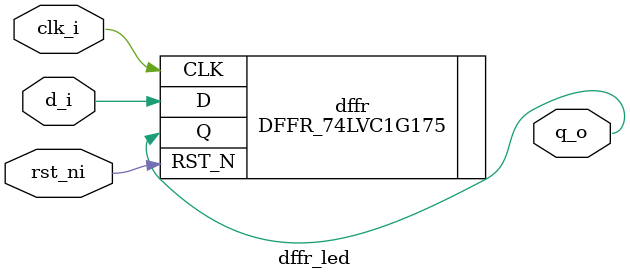
<source format=v>

module dffr_led (
  input  clk_i,
  input  rst_ni,
  input  d_i,
  output q_o
);
  DFFR_74LVC1G175 dffr (
    .CLK   ( clk_i  ),
    .D     ( d_i    ),
    .RST_N ( rst_ni ),
    .Q     ( q_o    )
  );
endmodule

</source>
